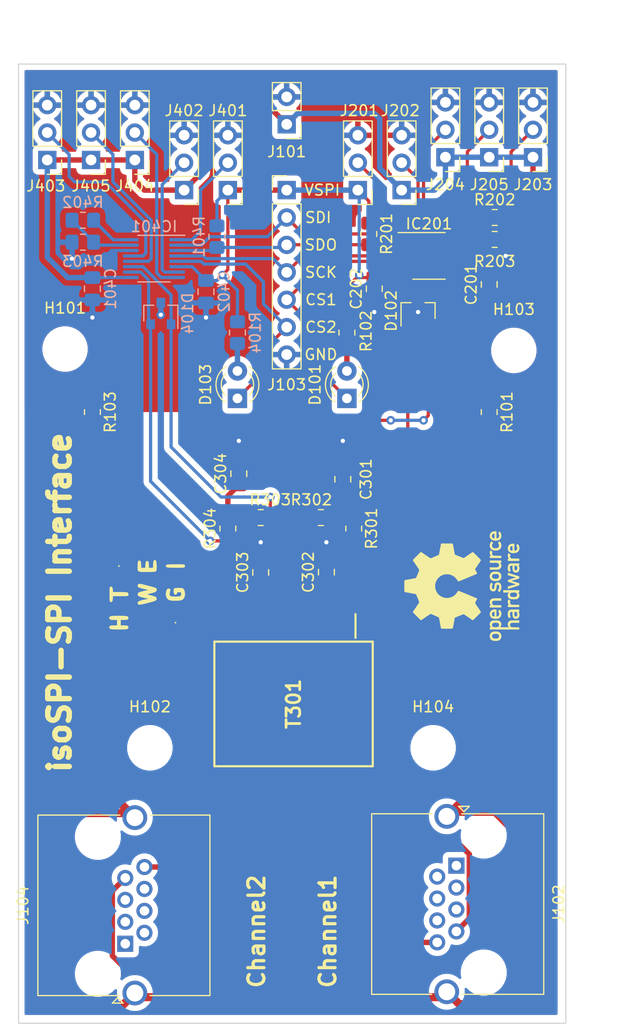
<source format=kicad_pcb>
(kicad_pcb (version 20171130) (host pcbnew 5.1.7-a382d34a8~87~ubuntu20.04.1)
  (layers (0 F.Cu signal) (31 B.Cu signal) (34 B.Paste user) (35 F.Paste user) (36 B.SilkS user) (37 F.SilkS user) (38 B.Mask user) (39 F.Mask user) (44 Edge.Cuts user))
  (net 0 "")
  (net 1 +5V)
  (net 2 GND)
  (net 3 V_SPI)
  (net 4 "Net-(C301-Pad1)")
  (net 5 "Net-(C302-Pad1)")
  (net 6 "Net-(C303-Pad1)")
  (net 7 "Net-(C304-Pad1)")
  (net 8 "Net-(D101-Pad2)")
  (net 9 ~CS_1)
  (net 10 /SPI_Convert_1/IM)
  (net 11 /SPI_Convert_1/IP)
  (net 12 "Net-(D103-Pad2)")
  (net 13 ~CS_2)
  (net 14 /SPI_Convert_2/IM)
  (net 15 /SPI_Convert_2/IP)
  (net 16 /SPI_Convert_1/IBIAS)
  (net 17 /SPI_Convert_1/ICMP)
  (net 18 /SPI_Convert_1/SLOW)
  (net 19 /SPI_Convert_1/MSTR)
  (net 20 /SPI_Convert_1/PHA)
  (net 21 /SPI_Convert_1/POL)
  (net 22 SCK)
  (net 23 SDO)
  (net 24 SDI)
  (net 25 /SPI_Convert_1/EN)
  (net 26 /SPI_Convert_2/IBIAS)
  (net 27 /SPI_Convert_2/ICMP)
  (net 28 /SPI_Convert_2/SLOW)
  (net 29 /SPI_Convert_2/MSTR)
  (net 30 /SPI_Convert_2/PHA)
  (net 31 /SPI_Convert_2/POL)
  (net 32 /SPI_Convert_2/EN)
  (net 33 "Net-(J102-Pad6)")
  (net 34 /Transformer/isoSPI_OUT-_Header)
  (net 35 "Net-(J102-PadSH)")
  (net 36 "Net-(J102-Pad2)")
  (net 37 "Net-(J102-Pad1)")
  (net 38 /Transformer/isoSPI_OUT+_Header)
  (net 39 "Net-(J102-Pad4)")
  (net 40 "Net-(J102-Pad5)")
  (net 41 "Net-(J102-Pad3)")
  (net 42 "Net-(J104-Pad6)")
  (net 43 /Transformer/isoSPI_IN-_Header)
  (net 44 "Net-(J104-Pad2)")
  (net 45 "Net-(J104-Pad1)")
  (net 46 /Transformer/isoSPI_IN+_Header)
  (net 47 "Net-(J104-Pad4)")
  (net 48 "Net-(J104-Pad5)")
  (net 49 "Net-(J104-Pad3)")
  (net 50 "Net-(T301-Pad11)")
  (net 51 "Net-(T301-Pad8)")
  (module myLogo:OpenSouceHardwareLOGO (layer F.Cu) (at 133.35 131.064 90)
    (fp_text reference L102 hide)
    (fp_text value LogoOSH hide)
  )
  (module myLogo:HTWG_LOGO (layer F.Cu) (at 104.14 131.826 90)
    (fp_text reference L101 hide)
    (fp_text value LogoHTWG hide)
  )
  (module Connector_RJ:RJ45_Amphenol_RJHSE5380 (layer F.Cu) (at 132.842 156.972 270)
    (fp_text reference J102 (at 3.56 -9.5 90) (layer F.SilkS))
    (fp_text value RJ45_Shielded_1)
    (pad SH thru_hole circle (at -4.57 0.89 270) (size 2.3 2.3) (drill 1.57) (layers *.Cu *.Mask) (net 35 "Net-(J102-PadSH)"))
    (pad SH thru_hole circle (at 11.69 0.89 270) (size 2.3 2.3) (drill 1.57) (layers *.Cu *.Mask) (net 35 "Net-(J102-PadSH)"))
    (pad "" np_thru_hole circle (at 9.91 -2.54 270) (size 3.25 3.25) (drill 3.25) (layers *.Cu *.Mask))
    (pad "" np_thru_hole circle (at -2.79 -2.54 270) (size 3.25 3.25) (drill 3.25) (layers *.Cu *.Mask))
    (pad 8 thru_hole circle (at 7.112 1.78 270) (size 1.5 1.5) (drill 0.89) (layers *.Cu *.Mask) (net 34 /Transformer/isoSPI_OUT-_Header))
    (pad 6 thru_hole circle (at 5.08 1.78 270) (size 1.5 1.5) (drill 0.89) (layers *.Cu *.Mask) (net 33 "Net-(J102-Pad6)"))
    (pad 4 thru_hole circle (at 3.048 1.78 270) (size 1.5 1.5) (drill 0.89) (layers *.Cu *.Mask) (net 39 "Net-(J102-Pad4)"))
    (pad 2 thru_hole circle (at 1.016 1.78 270) (size 1.5 1.5) (drill 0.89) (layers *.Cu *.Mask) (net 36 "Net-(J102-Pad2)"))
    (pad 7 thru_hole circle (at 6.096 0 270) (size 1.5 1.5) (drill 0.89) (layers *.Cu *.Mask) (net 38 /Transformer/isoSPI_OUT+_Header))
    (pad 5 thru_hole circle (at 4.064 0 270) (size 1.5 1.5) (drill 0.89) (layers *.Cu *.Mask) (net 40 "Net-(J102-Pad5)"))
    (pad 3 thru_hole circle (at 2.032 0 270) (size 1.5 1.5) (drill 0.89) (layers *.Cu *.Mask) (net 41 "Net-(J102-Pad3)"))
    (pad 1 thru_hole rect (at 0 0 270) (size 1.5 1.5) (drill 0.89) (layers *.Cu *.Mask) (net 37 "Net-(J102-Pad1)"))
  )
  (module Connector_RJ:RJ45_Amphenol_RJHSE5380 (layer F.Cu) (at 102.108 164.211 90)
    (fp_text reference J104 (at 3.56 -9.5 90) (layer F.SilkS))
    (fp_text value RJ45_Shielded_2)
    (pad SH thru_hole circle (at -4.57 0.89 90) (size 2.3 2.3) (drill 1.57) (layers *.Cu *.Mask) (net 35 "Net-(J102-PadSH)"))
    (pad SH thru_hole circle (at 11.69 0.89 90) (size 2.3 2.3) (drill 1.57) (layers *.Cu *.Mask) (net 35 "Net-(J102-PadSH)"))
    (pad "" np_thru_hole circle (at 9.91 -2.54 90) (size 3.25 3.25) (drill 3.25) (layers *.Cu *.Mask))
    (pad "" np_thru_hole circle (at -2.79 -2.54 90) (size 3.25 3.25) (drill 3.25) (layers *.Cu *.Mask))
    (pad 8 thru_hole circle (at 7.112 1.78 90) (size 1.5 1.5) (drill 0.89) (layers *.Cu *.Mask) (net 43 /Transformer/isoSPI_IN-_Header))
    (pad 6 thru_hole circle (at 5.08 1.78 90) (size 1.5 1.5) (drill 0.89) (layers *.Cu *.Mask) (net 42 "Net-(J104-Pad6)"))
    (pad 4 thru_hole circle (at 3.048 1.78 90) (size 1.5 1.5) (drill 0.89) (layers *.Cu *.Mask) (net 47 "Net-(J104-Pad4)"))
    (pad 2 thru_hole circle (at 1.016 1.78 90) (size 1.5 1.5) (drill 0.89) (layers *.Cu *.Mask) (net 44 "Net-(J104-Pad2)"))
    (pad 7 thru_hole circle (at 6.096 0 90) (size 1.5 1.5) (drill 0.89) (layers *.Cu *.Mask) (net 46 /Transformer/isoSPI_IN+_Header))
    (pad 5 thru_hole circle (at 4.064 0 90) (size 1.5 1.5) (drill 0.89) (layers *.Cu *.Mask) (net 48 "Net-(J104-Pad5)"))
    (pad 3 thru_hole circle (at 2.032 0 90) (size 1.5 1.5) (drill 0.89) (layers *.Cu *.Mask) (net 49 "Net-(J104-Pad3)"))
    (pad 1 thru_hole rect (at 0 0 90) (size 1.5 1.5) (drill 0.89) (layers *.Cu *.Mask) (net 45 "Net-(J104-Pad1)"))
  )
  (module MountingHole:MountingHole_3.2mm_M3_DIN965 (layer F.Cu) (at 130.683 146.05)
    (fp_text reference H104 (at 0 -3.8) (layer F.SilkS))
    (fp_text value MountingHole)
    (pad 1 np_thru_hole circle (at 0 0) (size 3.2 3.2) (drill 3.2) (layers *.Cu *.Mask))
  )
  (module MountingHole:MountingHole_3.2mm_M3_DIN965 (layer F.Cu) (at 138.176 109.22)
    (fp_text reference H103 (at 0 -3.8) (layer F.SilkS))
    (fp_text value MountingHole)
    (pad 1 np_thru_hole circle (at 0 0) (size 3.2 3.2) (drill 3.2) (layers *.Cu *.Mask))
  )
  (module MountingHole:MountingHole_3.2mm_M3_DIN965 (layer F.Cu) (at 104.394 146.05)
    (fp_text reference H102 (at 0 -3.8) (layer F.SilkS))
    (fp_text value MountingHole)
    (pad 1 np_thru_hole circle (at 0 0) (size 3.2 3.2) (drill 3.2) (layers *.Cu *.Mask))
  )
  (module MountingHole:MountingHole_3.2mm_M3_DIN965 (layer F.Cu) (at 96.52 109.093)
    (fp_text reference H101 (at 0 -3.8) (layer F.SilkS))
    (fp_text value MountingHole)
    (pad 1 np_thru_hole circle (at 0 0) (size 3.2 3.2) (drill 3.2) (layers *.Cu *.Mask))
  )
  (module mytransformer:SOP200P1543X320-12N (layer F.Cu) (at 117.729 141.986 270)
    (fp_text reference T301 (at 0 0 90) (layer F.SilkS) (effects (font (size 1.27 1.27) (thickness 0.254))))
    (fp_text value HM2112ZNL hide)
    (pad 12 smd rect (at 7.225 -5) (size 0.8 2.2) (layers F.Cu F.Paste F.Mask) (net 38 /Transformer/isoSPI_OUT+_Header))
    (pad 11 smd rect (at 7.225 -3) (size 0.8 2.2) (layers F.Cu F.Paste F.Mask) (net 50 "Net-(T301-Pad11)"))
    (pad 10 smd rect (at 7.225 -1) (size 0.8 2.2) (layers F.Cu F.Paste F.Mask) (net 34 /Transformer/isoSPI_OUT-_Header))
    (pad 9 smd rect (at 7.225 1) (size 0.8 2.2) (layers F.Cu F.Paste F.Mask) (net 46 /Transformer/isoSPI_IN+_Header))
    (pad 8 smd rect (at 7.225 3) (size 0.8 2.2) (layers F.Cu F.Paste F.Mask) (net 51 "Net-(T301-Pad8)"))
    (pad 7 smd rect (at 7.225 5) (size 0.8 2.2) (layers F.Cu F.Paste F.Mask) (net 43 /Transformer/isoSPI_IN-_Header))
    (pad 6 smd rect (at -7.225 5) (size 0.8 2.2) (layers F.Cu F.Paste F.Mask) (net 14 /SPI_Convert_2/IM))
    (pad 5 smd rect (at -7.225 3) (size 0.8 2.2) (layers F.Cu F.Paste F.Mask) (net 6 "Net-(C303-Pad1)"))
    (pad 4 smd rect (at -7.225 1) (size 0.8 2.2) (layers F.Cu F.Paste F.Mask) (net 15 /SPI_Convert_2/IP))
    (pad 3 smd rect (at -7.225 -1) (size 0.8 2.2) (layers F.Cu F.Paste F.Mask) (net 10 /SPI_Convert_1/IM))
    (pad 2 smd rect (at -7.225 -3) (size 0.8 2.2) (layers F.Cu F.Paste F.Mask) (net 5 "Net-(C302-Pad1)"))
    (pad 1 smd rect (at -7.225 -5) (size 0.8 2.2) (layers F.Cu F.Paste F.Mask) (net 11 /SPI_Convert_1/IP))
  )
  (module Resistor_SMD:R_0805_2012Metric_Pad1.20x1.40mm_HandSolder (layer B.Cu) (at 98.171 99.187 180)
    (fp_text reference R403 (at 0 -1.778) (layer B.SilkS) (effects (justify mirror)))
    (fp_text value 1k)
    (pad 2 smd roundrect (at 1 0 180) (size 1.2 1.4) (layers B.Cu B.Paste B.Mask) (roundrect_rratio 0.2083325) (net 2 GND))
    (pad 1 smd roundrect (at -1 0 180) (size 1.2 1.4) (layers B.Cu B.Paste B.Mask) (roundrect_rratio 0.2083325) (net 27 /SPI_Convert_2/ICMP))
  )
  (module Resistor_SMD:R_0805_2012Metric_Pad1.20x1.40mm_HandSolder (layer B.Cu) (at 98.171 97.155 180)
    (fp_text reference R402 (at 0 1.65) (layer B.SilkS) (effects (justify mirror)))
    (fp_text value 1k)
    (pad 2 smd roundrect (at 1 0 180) (size 1.2 1.4) (layers B.Cu B.Paste B.Mask) (roundrect_rratio 0.2083325) (net 27 /SPI_Convert_2/ICMP))
    (pad 1 smd roundrect (at -1 0 180) (size 1.2 1.4) (layers B.Cu B.Paste B.Mask) (roundrect_rratio 0.2083325) (net 26 /SPI_Convert_2/IBIAS))
  )
  (module Resistor_SMD:R_0805_2012Metric_Pad1.20x1.40mm_HandSolder (layer B.Cu) (at 110.617 98.679 270)
    (fp_text reference R401 (at 0 1.65 270) (layer B.SilkS) (effects (justify mirror)))
    (fp_text value 2k)
    (pad 2 smd roundrect (at 1 0 270) (size 1.2 1.4) (layers B.Cu B.Paste B.Mask) (roundrect_rratio 0.2083325) (net 23 SDO))
    (pad 1 smd roundrect (at -1 0 270) (size 1.2 1.4) (layers B.Cu B.Paste B.Mask) (roundrect_rratio 0.2083325) (net 3 V_SPI))
  )
  (module Resistor_SMD:R_0805_2012Metric_Pad1.20x1.40mm_HandSolder (layer F.Cu) (at 111.633 125.73 90)
    (fp_text reference R304 (at 0 -1.65 90) (layer F.SilkS))
    (fp_text value 49.9)
    (pad 2 smd roundrect (at 1 0 90) (size 1.2 1.4) (layers F.Cu F.Paste F.Mask) (roundrect_rratio 0.2083325) (net 7 "Net-(C304-Pad1)"))
    (pad 1 smd roundrect (at -1 0 90) (size 1.2 1.4) (layers F.Cu F.Paste F.Mask) (roundrect_rratio 0.2083325) (net 14 /SPI_Convert_2/IM))
  )
  (module Resistor_SMD:R_0805_2012Metric_Pad1.20x1.40mm_HandSolder (layer F.Cu) (at 114.681 124.714)
    (fp_text reference R303 (at 0.889 -1.65) (layer F.SilkS))
    (fp_text value 49.9)
    (pad 2 smd roundrect (at 1 0) (size 1.2 1.4) (layers F.Cu F.Paste F.Mask) (roundrect_rratio 0.2083325) (net 15 /SPI_Convert_2/IP))
    (pad 1 smd roundrect (at -1 0) (size 1.2 1.4) (layers F.Cu F.Paste F.Mask) (roundrect_rratio 0.2083325) (net 7 "Net-(C304-Pad1)"))
  )
  (module Resistor_SMD:R_0805_2012Metric_Pad1.20x1.40mm_HandSolder (layer F.Cu) (at 120.269 124.714)
    (fp_text reference R302 (at -0.889 -1.65) (layer F.SilkS))
    (fp_text value 49.9)
    (pad 2 smd roundrect (at 1 0) (size 1.2 1.4) (layers F.Cu F.Paste F.Mask) (roundrect_rratio 0.2083325) (net 4 "Net-(C301-Pad1)"))
    (pad 1 smd roundrect (at -1 0) (size 1.2 1.4) (layers F.Cu F.Paste F.Mask) (roundrect_rratio 0.2083325) (net 10 /SPI_Convert_1/IM))
  )
  (module Resistor_SMD:R_0805_2012Metric_Pad1.20x1.40mm_HandSolder (layer F.Cu) (at 123.317 125.73 270)
    (fp_text reference R301 (at 0 -1.65 90) (layer F.SilkS))
    (fp_text value 49.9)
    (pad 2 smd roundrect (at 1 0 270) (size 1.2 1.4) (layers F.Cu F.Paste F.Mask) (roundrect_rratio 0.2083325) (net 11 /SPI_Convert_1/IP))
    (pad 1 smd roundrect (at -1 0 270) (size 1.2 1.4) (layers F.Cu F.Paste F.Mask) (roundrect_rratio 0.2083325) (net 4 "Net-(C301-Pad1)"))
  )
  (module Resistor_SMD:R_0805_2012Metric_Pad1.20x1.40mm_HandSolder (layer F.Cu) (at 136.398 98.933)
    (fp_text reference R203 (at 0 2.032) (layer F.SilkS))
    (fp_text value 1k)
    (pad 2 smd roundrect (at 1 0) (size 1.2 1.4) (layers F.Cu F.Paste F.Mask) (roundrect_rratio 0.2083325) (net 2 GND))
    (pad 1 smd roundrect (at -1 0) (size 1.2 1.4) (layers F.Cu F.Paste F.Mask) (roundrect_rratio 0.2083325) (net 17 /SPI_Convert_1/ICMP))
  )
  (module Resistor_SMD:R_0805_2012Metric_Pad1.20x1.40mm_HandSolder (layer F.Cu) (at 136.398 96.901)
    (fp_text reference R202 (at 0 -1.65) (layer F.SilkS))
    (fp_text value 1k)
    (pad 2 smd roundrect (at 1 0) (size 1.2 1.4) (layers F.Cu F.Paste F.Mask) (roundrect_rratio 0.2083325) (net 17 /SPI_Convert_1/ICMP))
    (pad 1 smd roundrect (at -1 0) (size 1.2 1.4) (layers F.Cu F.Paste F.Mask) (roundrect_rratio 0.2083325) (net 16 /SPI_Convert_1/IBIAS))
  )
  (module Resistor_SMD:R_0805_2012Metric_Pad1.20x1.40mm_HandSolder (layer F.Cu) (at 124.714 98.425 270)
    (fp_text reference R201 (at 0 -1.65 90) (layer F.SilkS))
    (fp_text value 2k)
    (pad 2 smd roundrect (at 1 0 270) (size 1.2 1.4) (layers F.Cu F.Paste F.Mask) (roundrect_rratio 0.2083325) (net 23 SDO))
    (pad 1 smd roundrect (at -1 0 270) (size 1.2 1.4) (layers F.Cu F.Paste F.Mask) (roundrect_rratio 0.2083325) (net 3 V_SPI))
  )
  (module Resistor_SMD:R_0805_2012Metric_Pad1.20x1.40mm_HandSolder (layer B.Cu) (at 112.522 107.569 90)
    (fp_text reference R104 (at 0 1.65 270) (layer B.SilkS) (effects (justify mirror)))
    (fp_text value R_Small)
    (pad 2 smd roundrect (at 1 0 90) (size 1.2 1.4) (layers B.Cu B.Paste B.Mask) (roundrect_rratio 0.2083325) (net 3 V_SPI))
    (pad 1 smd roundrect (at -1 0 90) (size 1.2 1.4) (layers B.Cu B.Paste B.Mask) (roundrect_rratio 0.2083325) (net 12 "Net-(D103-Pad2)"))
  )
  (module Resistor_SMD:R_0805_2012Metric_Pad1.20x1.40mm_HandSolder (layer F.Cu) (at 99.06 114.935 270)
    (fp_text reference R103 (at 0 -1.65 90) (layer F.SilkS))
    (fp_text value 0)
    (pad 2 smd roundrect (at 1 0 270) (size 1.2 1.4) (layers F.Cu F.Paste F.Mask) (roundrect_rratio 0.2083325) (net 35 "Net-(J102-PadSH)"))
    (pad 1 smd roundrect (at -1 0 270) (size 1.2 1.4) (layers F.Cu F.Paste F.Mask) (roundrect_rratio 0.2083325) (net 2 GND))
  )
  (module Resistor_SMD:R_0805_2012Metric_Pad1.20x1.40mm_HandSolder (layer F.Cu) (at 122.682 107.569 90)
    (fp_text reference R102 (at 0.127 1.778 90) (layer F.SilkS))
    (fp_text value R_Small)
    (pad 2 smd roundrect (at 1 0 90) (size 1.2 1.4) (layers F.Cu F.Paste F.Mask) (roundrect_rratio 0.2083325) (net 3 V_SPI))
    (pad 1 smd roundrect (at -1 0 90) (size 1.2 1.4) (layers F.Cu F.Paste F.Mask) (roundrect_rratio 0.2083325) (net 8 "Net-(D101-Pad2)"))
  )
  (module Resistor_SMD:R_0805_2012Metric_Pad1.20x1.40mm_HandSolder (layer F.Cu) (at 135.89 114.935 270)
    (fp_text reference R101 (at 0 -1.65 90) (layer F.SilkS))
    (fp_text value 0)
    (pad 2 smd roundrect (at 1 0 270) (size 1.2 1.4) (layers F.Cu F.Paste F.Mask) (roundrect_rratio 0.2083325) (net 35 "Net-(J102-PadSH)"))
    (pad 1 smd roundrect (at -1 0 270) (size 1.2 1.4) (layers F.Cu F.Paste F.Mask) (roundrect_rratio 0.2083325) (net 2 GND))
  )
  (module Connector_PinHeader_2.54mm:PinHeader_1x03_P2.54mm_Vertical (layer F.Cu) (at 98.933 91.567 180)
    (fp_text reference J405 (at 0 -2.413) (layer F.SilkS))
    (fp_text value 3PinHeader)
    (pad 3 thru_hole oval (at 0 5.08 180) (size 1.7 1.7) (drill 1) (layers *.Cu *.Mask) (net 2 GND))
    (pad 2 thru_hole oval (at 0 2.54 180) (size 1.7 1.7) (drill 1) (layers *.Cu *.Mask) (net 29 /SPI_Convert_2/MSTR))
    (pad 1 thru_hole rect (at 0 0 180) (size 1.7 1.7) (drill 1) (layers *.Cu *.Mask) (net 1 +5V))
  )
  (module Connector_PinHeader_2.54mm:PinHeader_1x03_P2.54mm_Vertical (layer F.Cu) (at 102.997 91.567 180)
    (fp_text reference J404 (at 0 -2.413) (layer F.SilkS))
    (fp_text value 3PinHeader)
    (pad 3 thru_hole oval (at 0 5.08 180) (size 1.7 1.7) (drill 1) (layers *.Cu *.Mask) (net 2 GND))
    (pad 2 thru_hole oval (at 0 2.54 180) (size 1.7 1.7) (drill 1) (layers *.Cu *.Mask) (net 30 /SPI_Convert_2/PHA))
    (pad 1 thru_hole rect (at 0 0 180) (size 1.7 1.7) (drill 1) (layers *.Cu *.Mask) (net 1 +5V))
  )
  (module Connector_PinHeader_2.54mm:PinHeader_1x03_P2.54mm_Vertical (layer F.Cu) (at 94.869 91.567 180)
    (fp_text reference J403 (at 0.127 -2.413) (layer F.SilkS))
    (fp_text value 3PinHeader)
    (pad 3 thru_hole oval (at 0 5.08 180) (size 1.7 1.7) (drill 1) (layers *.Cu *.Mask) (net 2 GND))
    (pad 2 thru_hole oval (at 0 2.54 180) (size 1.7 1.7) (drill 1) (layers *.Cu *.Mask) (net 28 /SPI_Convert_2/SLOW))
    (pad 1 thru_hole rect (at 0 0 180) (size 1.7 1.7) (drill 1) (layers *.Cu *.Mask) (net 1 +5V))
  )
  (module Connector_PinHeader_2.54mm:PinHeader_1x03_P2.54mm_Vertical (layer F.Cu) (at 107.569 94.361 180)
    (fp_text reference J402 (at 0 7.366) (layer F.SilkS))
    (fp_text value 3PinHeader)
    (pad 3 thru_hole oval (at 0 5.08 180) (size 1.7 1.7) (drill 1) (layers *.Cu *.Mask) (net 2 GND))
    (pad 2 thru_hole oval (at 0 2.54 180) (size 1.7 1.7) (drill 1) (layers *.Cu *.Mask) (net 31 /SPI_Convert_2/POL))
    (pad 1 thru_hole rect (at 0 0 180) (size 1.7 1.7) (drill 1) (layers *.Cu *.Mask) (net 1 +5V))
  )
  (module Connector_PinHeader_2.54mm:PinHeader_1x03_P2.54mm_Vertical (layer F.Cu) (at 111.633 94.361 180)
    (fp_text reference J401 (at 0 7.366) (layer F.SilkS))
    (fp_text value 3PinHeader)
    (pad 3 thru_hole oval (at 0 5.08 180) (size 1.7 1.7) (drill 1) (layers *.Cu *.Mask) (net 2 GND))
    (pad 2 thru_hole oval (at 0 2.54 180) (size 1.7 1.7) (drill 1) (layers *.Cu *.Mask) (net 32 /SPI_Convert_2/EN))
    (pad 1 thru_hole rect (at 0 0 180) (size 1.7 1.7) (drill 1) (layers *.Cu *.Mask) (net 3 V_SPI))
  )
  (module Connector_PinHeader_2.54mm:PinHeader_1x03_P2.54mm_Vertical (layer F.Cu) (at 135.89 91.313 180)
    (fp_text reference J205 (at 0 -2.54) (layer F.SilkS))
    (fp_text value 3PinHeader)
    (pad 3 thru_hole oval (at 0 5.08 180) (size 1.7 1.7) (drill 1) (layers *.Cu *.Mask) (net 2 GND))
    (pad 2 thru_hole oval (at 0 2.54 180) (size 1.7 1.7) (drill 1) (layers *.Cu *.Mask) (net 19 /SPI_Convert_1/MSTR))
    (pad 1 thru_hole rect (at 0 0 180) (size 1.7 1.7) (drill 1) (layers *.Cu *.Mask) (net 1 +5V))
  )
  (module Connector_PinHeader_2.54mm:PinHeader_1x03_P2.54mm_Vertical (layer F.Cu) (at 131.826 91.313 180)
    (fp_text reference J204 (at 0 -2.54) (layer F.SilkS))
    (fp_text value 3PinHeader)
    (pad 3 thru_hole oval (at 0 5.08 180) (size 1.7 1.7) (drill 1) (layers *.Cu *.Mask) (net 2 GND))
    (pad 2 thru_hole oval (at 0 2.54 180) (size 1.7 1.7) (drill 1) (layers *.Cu *.Mask) (net 20 /SPI_Convert_1/PHA))
    (pad 1 thru_hole rect (at 0 0 180) (size 1.7 1.7) (drill 1) (layers *.Cu *.Mask) (net 1 +5V))
  )
  (module Connector_PinHeader_2.54mm:PinHeader_1x03_P2.54mm_Vertical (layer F.Cu) (at 139.954 91.313 180)
    (fp_text reference J203 (at 0 -2.54) (layer F.SilkS))
    (fp_text value 3PinHeader)
    (pad 3 thru_hole oval (at 0 5.08 180) (size 1.7 1.7) (drill 1) (layers *.Cu *.Mask) (net 2 GND))
    (pad 2 thru_hole oval (at 0 2.54 180) (size 1.7 1.7) (drill 1) (layers *.Cu *.Mask) (net 18 /SPI_Convert_1/SLOW))
    (pad 1 thru_hole rect (at 0 0 180) (size 1.7 1.7) (drill 1) (layers *.Cu *.Mask) (net 1 +5V))
  )
  (module Connector_PinHeader_2.54mm:PinHeader_1x03_P2.54mm_Vertical (layer F.Cu) (at 127.762 94.361 180)
    (fp_text reference J202 (at 0.127 7.366) (layer F.SilkS))
    (fp_text value 3PinHeader)
    (pad 3 thru_hole oval (at 0 5.08 180) (size 1.7 1.7) (drill 1) (layers *.Cu *.Mask) (net 2 GND))
    (pad 2 thru_hole oval (at 0 2.54 180) (size 1.7 1.7) (drill 1) (layers *.Cu *.Mask) (net 21 /SPI_Convert_1/POL))
    (pad 1 thru_hole rect (at 0 0 180) (size 1.7 1.7) (drill 1) (layers *.Cu *.Mask) (net 1 +5V))
  )
  (module Connector_PinHeader_2.54mm:PinHeader_1x03_P2.54mm_Vertical (layer F.Cu) (at 123.698 94.361 180)
    (fp_text reference J201 (at -0.127 7.366) (layer F.SilkS))
    (fp_text value 3PinHeader)
    (pad 3 thru_hole oval (at 0 5.08 180) (size 1.7 1.7) (drill 1) (layers *.Cu *.Mask) (net 2 GND))
    (pad 2 thru_hole oval (at 0 2.54 180) (size 1.7 1.7) (drill 1) (layers *.Cu *.Mask) (net 25 /SPI_Convert_1/EN))
    (pad 1 thru_hole rect (at 0 0 180) (size 1.7 1.7) (drill 1) (layers *.Cu *.Mask) (net 3 V_SPI))
  )
  (module Connector_PinHeader_2.54mm:PinHeader_1x07_P2.54mm_Vertical (layer F.Cu) (at 117.094 94.361)
    (fp_text reference J103 (at 0 18.034) (layer F.SilkS))
    (fp_text value Conn_01x07_Male)
    (pad 7 thru_hole oval (at 0 15.24) (size 1.7 1.7) (drill 1) (layers *.Cu *.Mask) (net 2 GND))
    (pad 6 thru_hole oval (at 0 12.7) (size 1.7 1.7) (drill 1) (layers *.Cu *.Mask) (net 13 ~CS_2))
    (pad 5 thru_hole oval (at 0 10.16) (size 1.7 1.7) (drill 1) (layers *.Cu *.Mask) (net 9 ~CS_1))
    (pad 4 thru_hole oval (at 0 7.62) (size 1.7 1.7) (drill 1) (layers *.Cu *.Mask) (net 22 SCK))
    (pad 3 thru_hole oval (at 0 5.08) (size 1.7 1.7) (drill 1) (layers *.Cu *.Mask) (net 23 SDO))
    (pad 2 thru_hole oval (at 0 2.54) (size 1.7 1.7) (drill 1) (layers *.Cu *.Mask) (net 24 SDI))
    (pad 1 thru_hole rect (at 0 0) (size 1.7 1.7) (drill 1) (layers *.Cu *.Mask) (net 3 V_SPI))
  )
  (module Connector_PinHeader_2.54mm:PinHeader_1x02_P2.54mm_Vertical (layer F.Cu) (at 117.094 88.265 180)
    (fp_text reference J101 (at 0 -2.54) (layer F.SilkS))
    (fp_text value Conn_01x02_Male)
    (pad 2 thru_hole oval (at 0 2.54 180) (size 1.7 1.7) (drill 1) (layers *.Cu *.Mask) (net 2 GND))
    (pad 1 thru_hole rect (at 0 0 180) (size 1.7 1.7) (drill 1) (layers *.Cu *.Mask) (net 1 +5V))
  )
  (module Package_SO:MSOP-16_3x4.039mm_P0.5mm (layer B.Cu) (at 104.775 100.711 180)
    (fp_text reference IC401 (at 0 2.97) (layer B.SilkS) (effects (justify mirror)))
    (fp_text value LTC6820IMS#PBF)
    (pad 16 smd roundrect (at 2.15 1.75 180) (size 1.45 0.3) (layers B.Cu B.Paste B.Mask) (net 26 /SPI_Convert_2/IBIAS))
    (pad 15 smd roundrect (at 2.15 1.25 180) (size 1.45 0.3) (layers B.Cu B.Paste B.Mask) (net 27 /SPI_Convert_2/ICMP))
    (pad 14 smd roundrect (at 2.15 0.75 180) (size 1.45 0.3) (layers B.Cu B.Paste B.Mask) (net 2 GND))
    (pad 13 smd roundrect (at 2.15 0.25 180) (size 1.45 0.3) (layers B.Cu B.Paste B.Mask) (net 28 /SPI_Convert_2/SLOW))
    (pad 12 smd roundrect (at 2.15 -0.25 180) (size 1.45 0.3) (layers B.Cu B.Paste B.Mask) (net 29 /SPI_Convert_2/MSTR))
    (pad 11 smd roundrect (at 2.15 -0.75 180) (size 1.45 0.3) (layers B.Cu B.Paste B.Mask) (net 15 /SPI_Convert_2/IP))
    (pad 10 smd roundrect (at 2.15 -1.25 180) (size 1.45 0.3) (layers B.Cu B.Paste B.Mask) (net 14 /SPI_Convert_2/IM))
    (pad 9 smd roundrect (at 2.15 -1.75 180) (size 1.45 0.3) (layers B.Cu B.Paste B.Mask) (net 1 +5V))
    (pad 8 smd roundrect (at -2.15 -1.75 180) (size 1.45 0.3) (layers B.Cu B.Paste B.Mask) (net 30 /SPI_Convert_2/PHA))
    (pad 7 smd roundrect (at -2.15 -1.25 180) (size 1.45 0.3) (layers B.Cu B.Paste B.Mask) (net 31 /SPI_Convert_2/POL))
    (pad 6 smd roundrect (at -2.15 -0.75 180) (size 1.45 0.3) (layers B.Cu B.Paste B.Mask) (net 3 V_SPI))
    (pad 5 smd roundrect (at -2.15 -0.25 180) (size 1.45 0.3) (layers B.Cu B.Paste B.Mask) (net 13 ~CS_2))
    (pad 4 smd roundrect (at -2.15 0.25 180) (size 1.45 0.3) (layers B.Cu B.Paste B.Mask) (net 22 SCK))
    (pad 3 smd roundrect (at -2.15 0.75 180) (size 1.45 0.3) (layers B.Cu B.Paste B.Mask) (net 23 SDO))
    (pad 2 smd roundrect (at -2.15 1.25 180) (size 1.45 0.3) (layers B.Cu B.Paste B.Mask) (net 24 SDI))
    (pad 1 smd roundrect (at -2.15 1.75 180) (size 1.45 0.3) (layers B.Cu B.Paste B.Mask) (net 32 /SPI_Convert_2/EN))
  )
  (module Package_SO:MSOP-16_3x4.039mm_P0.5mm (layer F.Cu) (at 130.302 100.457)
    (fp_text reference IC201 (at 0 -2.97) (layer F.SilkS))
    (fp_text value LTC6820IMS#PBF)
    (pad 16 smd roundrect (at 2.15 -1.75) (size 1.45 0.3) (layers F.Cu F.Paste F.Mask) (net 16 /SPI_Convert_1/IBIAS))
    (pad 15 smd roundrect (at 2.15 -1.25) (size 1.45 0.3) (layers F.Cu F.Paste F.Mask) (net 17 /SPI_Convert_1/ICMP))
    (pad 14 smd roundrect (at 2.15 -0.75) (size 1.45 0.3) (layers F.Cu F.Paste F.Mask) (net 2 GND))
    (pad 13 smd roundrect (at 2.15 -0.25) (size 1.45 0.3) (layers F.Cu F.Paste F.Mask) (net 18 /SPI_Convert_1/SLOW))
    (pad 12 smd roundrect (at 2.15 0.25) (size 1.45 0.3) (layers F.Cu F.Paste F.Mask) (net 19 /SPI_Convert_1/MSTR))
    (pad 11 smd roundrect (at 2.15 0.75) (size 1.45 0.3) (layers F.Cu F.Paste F.Mask) (net 11 /SPI_Convert_1/IP))
    (pad 10 smd roundrect (at 2.15 1.25) (size 1.45 0.3) (layers F.Cu F.Paste F.Mask) (net 10 /SPI_Convert_1/IM))
    (pad 9 smd roundrect (at 2.15 1.75) (size 1.45 0.3) (layers F.Cu F.Paste F.Mask) (net 1 +5V))
    (pad 8 smd roundrect (at -2.15 1.75) (size 1.45 0.3) (layers F.Cu F.Paste F.Mask) (net 20 /SPI_Convert_1/PHA))
    (pad 7 smd roundrect (at -2.15 1.25) (size 1.45 0.3) (layers F.Cu F.Paste F.Mask) (net 21 /SPI_Convert_1/POL))
    (pad 6 smd roundrect (at -2.15 0.75) (size 1.45 0.3) (layers F.Cu F.Paste F.Mask) (net 3 V_SPI))
    (pad 5 smd roundrect (at -2.15 0.25) (size 1.45 0.3) (layers F.Cu F.Paste F.Mask) (net 9 ~CS_1))
    (pad 4 smd roundrect (at -2.15 -0.25) (size 1.45 0.3) (layers F.Cu F.Paste F.Mask) (net 22 SCK))
    (pad 3 smd roundrect (at -2.15 -0.75) (size 1.45 0.3) (layers F.Cu F.Paste F.Mask) (net 23 SDO))
    (pad 2 smd roundrect (at -2.15 -1.25) (size 1.45 0.3) (layers F.Cu F.Paste F.Mask) (net 24 SDI))
    (pad 1 smd roundrect (at -2.15 -1.75) (size 1.45 0.3) (layers F.Cu F.Paste F.Mask) (net 25 /SPI_Convert_1/EN))
  )
  (module Package_TO_SOT_SMD:SOT-23 (layer B.Cu) (at 105.41 105.791 90)
    (fp_text reference D104 (at 0 2.5 270) (layer B.SilkS) (effects (justify mirror)))
    (fp_text value MMBZxx)
    (pad 3 smd rect (at 1 0 90) (size 0.9 0.8) (layers B.Cu B.Paste B.Mask) (net 2 GND))
    (pad 2 smd rect (at -1 -0.95 90) (size 0.9 0.8) (layers B.Cu B.Paste B.Mask) (net 14 /SPI_Convert_2/IM))
    (pad 1 smd rect (at -1 0.95 90) (size 0.9 0.8) (layers B.Cu B.Paste B.Mask) (net 15 /SPI_Convert_2/IP))
  )
  (module LED_THT:LED_D3.0mm (layer F.Cu) (at 112.522 113.665 90)
    (fp_text reference D103 (at 1.27 -2.96 90) (layer F.SilkS))
    (fp_text value LED_2)
    (pad 2 thru_hole circle (at 2.54 0 90) (size 1.8 1.8) (drill 0.9) (layers *.Cu *.Mask) (net 12 "Net-(D103-Pad2)"))
    (pad 1 thru_hole rect (at 0 0 90) (size 1.8 1.8) (drill 0.9) (layers *.Cu *.Mask) (net 13 ~CS_2))
  )
  (module Package_TO_SOT_SMD:SOT-23 (layer F.Cu) (at 129.286 105.553 90)
    (fp_text reference D102 (at 0 -2.5 90) (layer F.SilkS))
    (fp_text value MMBZxx)
    (pad 3 smd rect (at 1 0 90) (size 0.9 0.8) (layers F.Cu F.Paste F.Mask) (net 2 GND))
    (pad 2 smd rect (at -1 0.95 90) (size 0.9 0.8) (layers F.Cu F.Paste F.Mask) (net 10 /SPI_Convert_1/IM))
    (pad 1 smd rect (at -1 -0.95 90) (size 0.9 0.8) (layers F.Cu F.Paste F.Mask) (net 11 /SPI_Convert_1/IP))
  )
  (module LED_THT:LED_D3.0mm (layer F.Cu) (at 122.682 113.665 90)
    (fp_text reference D101 (at 1.27 -2.96 90) (layer F.SilkS))
    (fp_text value LED_1)
    (pad 2 thru_hole circle (at 2.54 0 90) (size 1.8 1.8) (drill 0.9) (layers *.Cu *.Mask) (net 8 "Net-(D101-Pad2)"))
    (pad 1 thru_hole rect (at 0 0 90) (size 1.8 1.8) (drill 0.9) (layers *.Cu *.Mask) (net 9 ~CS_1))
  )
  (module Capacitor_SMD:C_0805_2012Metric_Pad1.18x1.45mm_HandSolder (layer B.Cu) (at 109.601 103.7805 90)
    (fp_text reference C402 (at 0 1.68 270) (layer B.SilkS) (effects (justify mirror)))
    (fp_text value 0.1uF)
    (pad 2 smd roundrect (at 1.0375 0 90) (size 1.175 1.45) (layers B.Cu B.Paste B.Mask) (roundrect_rratio 0.2127659574468085) (net 3 V_SPI))
    (pad 1 smd roundrect (at -1.0375 0 90) (size 1.175 1.45) (layers B.Cu B.Paste B.Mask) (roundrect_rratio 0.2127659574468085) (net 2 GND))
  )
  (module Capacitor_SMD:C_0805_2012Metric_Pad1.18x1.45mm_HandSolder (layer B.Cu) (at 99.06 103.505 90)
    (fp_text reference C401 (at 0 1.68 90) (layer B.SilkS) (effects (justify mirror)))
    (fp_text value 0.1uF)
    (pad 2 smd roundrect (at 1.0375 0 90) (size 1.175 1.45) (layers B.Cu B.Paste B.Mask) (roundrect_rratio 0.2127659574468085) (net 1 +5V))
    (pad 1 smd roundrect (at -1.0375 0 90) (size 1.175 1.45) (layers B.Cu B.Paste B.Mask) (roundrect_rratio 0.2127659574468085) (net 2 GND))
  )
  (module Capacitor_SMD:C_0805_2012Metric_Pad1.18x1.45mm_HandSolder (layer F.Cu) (at 112.649 120.65 90)
    (fp_text reference C304 (at 0 -1.68 90) (layer F.SilkS))
    (fp_text value 10nF)
    (pad 2 smd roundrect (at 1.0375 0 90) (size 1.175 1.45) (layers F.Cu F.Paste F.Mask) (roundrect_rratio 0.2127659574468085) (net 2 GND))
    (pad 1 smd roundrect (at -1.0375 0 90) (size 1.175 1.45) (layers F.Cu F.Paste F.Mask) (roundrect_rratio 0.2127659574468085) (net 7 "Net-(C304-Pad1)"))
  )
  (module Capacitor_SMD:C_0805_2012Metric_Pad1.18x1.45mm_HandSolder (layer F.Cu) (at 114.681 129.794 90)
    (fp_text reference C303 (at 0 -1.68 90) (layer F.SilkS))
    (fp_text value 10nF)
    (pad 2 smd roundrect (at 1.0375 0 90) (size 1.175 1.45) (layers F.Cu F.Paste F.Mask) (roundrect_rratio 0.2127659574468085) (net 2 GND))
    (pad 1 smd roundrect (at -1.0375 0 90) (size 1.175 1.45) (layers F.Cu F.Paste F.Mask) (roundrect_rratio 0.2127659574468085) (net 6 "Net-(C303-Pad1)"))
  )
  (module Capacitor_SMD:C_0805_2012Metric_Pad1.18x1.45mm_HandSolder (layer F.Cu) (at 120.777 129.7725 90)
    (fp_text reference C302 (at 0 -1.68 90) (layer F.SilkS))
    (fp_text value 10nF)
    (pad 2 smd roundrect (at 1.0375 0 90) (size 1.175 1.45) (layers F.Cu F.Paste F.Mask) (roundrect_rratio 0.2127659574468085) (net 2 GND))
    (pad 1 smd roundrect (at -1.0375 0 90) (size 1.175 1.45) (layers F.Cu F.Paste F.Mask) (roundrect_rratio 0.2127659574468085) (net 5 "Net-(C302-Pad1)"))
  )
  (module Capacitor_SMD:C_0805_2012Metric_Pad1.18x1.45mm_HandSolder (layer F.Cu) (at 122.301 121.158 90)
    (fp_text reference C301 (at 0 2.159 90) (layer F.SilkS))
    (fp_text value 10nF)
    (pad 2 smd roundrect (at 1.0375 0 90) (size 1.175 1.45) (layers F.Cu F.Paste F.Mask) (roundrect_rratio 0.2127659574468085) (net 2 GND))
    (pad 1 smd roundrect (at -1.0375 0 90) (size 1.175 1.45) (layers F.Cu F.Paste F.Mask) (roundrect_rratio 0.2127659574468085) (net 4 "Net-(C301-Pad1)"))
  )
  (module Capacitor_SMD:C_0805_2012Metric_Pad1.18x1.45mm_HandSolder (layer F.Cu) (at 125.222 103.505 90)
    (fp_text reference C202 (at 0 -1.68 90) (layer F.SilkS))
    (fp_text value 0.1uF)
    (pad 2 smd roundrect (at 1.0375 0 90) (size 1.175 1.45) (layers F.Cu F.Paste F.Mask) (roundrect_rratio 0.2127659574468085) (net 3 V_SPI))
    (pad 1 smd roundrect (at -1.0375 0 90) (size 1.175 1.45) (layers F.Cu F.Paste F.Mask) (roundrect_rratio 0.2127659574468085) (net 2 GND))
  )
  (module Capacitor_SMD:C_0805_2012Metric_Pad1.18x1.45mm_HandSolder (layer F.Cu) (at 135.89 103.1025 90)
    (fp_text reference C201 (at 0 -1.68 90) (layer F.SilkS))
    (fp_text value 0.1uF)
    (pad 2 smd roundrect (at 1.0375 0 90) (size 1.175 1.45) (layers F.Cu F.Paste F.Mask) (roundrect_rratio 0.2127659574468085) (net 1 +5V))
    (pad 1 smd roundrect (at -1.0375 0 90) (size 1.175 1.45) (layers F.Cu F.Paste F.Mask) (roundrect_rratio 0.2127659574468085) (net 2 GND))
  )
  (gr_text Channel1 (at 120.904 163.068 90) (layer F.SilkS) (effects (font (size 1.5 1.5) (thickness 0.3))))
  (gr_text Channel2 (at 114.3 163.068 90) (layer F.SilkS) (effects (font (size 1.5 1.5) (thickness 0.3))))
  (gr_text Channel2 (at 114.3 163.068 90) (layer F.Cu) (effects (font (size 1.5 1.5) (thickness 0.3))))
  (gr_text Channel1 (at 120.904 163.068 90) (layer F.Cu) (effects (font (size 1.5 1.5) (thickness 0.3))))
  (gr_text "isoSPI-SPI Interface" (at 96.012 132.588 90) (layer F.SilkS) (effects (font (size 2 2) (thickness 0.5))))
  (gr_text GND (at 120.269 109.601) (layer F.SilkS) (effects (font (size 1 1))))
  (gr_text "CS2\n" (at 120.269 107.061) (layer F.SilkS) (effects (font (size 1 1))))
  (gr_text CS1 (at 120.269 104.521) (layer F.SilkS) (effects (font (size 1 1))))
  (gr_text SCK (at 120.269 101.981) (layer F.SilkS) (effects (font (size 1 1))))
  (gr_text "SDO\n" (at 120.269 99.441) (layer F.SilkS) (effects (font (size 1 1))))
  (gr_text "SDI\n" (at 120.015 96.901) (layer F.SilkS) (effects (font (size 1 1))))
  (gr_text "VSPI\n" (at 120.396 94.361) (layer F.SilkS) (effects (font (size 1 1))))
  (gr_line (start 143.002 82.677) (end 143.002 171.577) (layer Edge.Cuts) (width 0.1))
  (gr_line (start 92.202 82.677) (end 143.002 82.677) (layer Edge.Cuts) (width 0.1))
  (gr_line (start 92.202 171.577) (end 92.202 82.677) (layer Edge.Cuts) (width 0.1))
  (gr_line (start 143.002 171.577) (end 92.202 171.577) (layer Edge.Cuts) (width 0.1))
  (segment (start 99.4345 102.461) (end 99.2085 102.235) (width 0.3) (layer B.Cu) (net 1))
  (segment (start 102.625 102.461) (end 99.4345 102.461) (width 0.3) (layer B.Cu) (net 1))
  (segment (start 131.826 91.313) (end 135.89 91.313) (width 0.5) (layer B.Cu) (net 1))
  (segment (start 139.954 91.313) (end 135.89 91.313) (width 0.5) (layer B.Cu) (net 1))
  (segment (start 127.762 94.361) (end 130.81 94.361) (width 0.5) (layer B.Cu) (net 1))
  (segment (start 131.826 93.345) (end 131.826 91.313) (width 0.5) (layer B.Cu) (net 1))
  (segment (start 130.81 94.361) (end 131.826 93.345) (width 0.5) (layer B.Cu) (net 1))
  (segment (start 125.73 92.329) (end 127.762 94.361) (width 0.5) (layer B.Cu) (net 1))
  (segment (start 125.73 87.757) (end 125.73 92.329) (width 0.5) (layer B.Cu) (net 1))
  (segment (start 125.222 87.249) (end 125.73 87.757) (width 0.5) (layer B.Cu) (net 1))
  (segment (start 118.11 87.249) (end 125.222 87.249) (width 0.5) (layer B.Cu) (net 1))
  (segment (start 117.094 88.265) (end 118.11 87.249) (width 0.5) (layer B.Cu) (net 1))
  (segment (start 115.824 86.995) (end 117.094 88.265) (width 0.5) (layer F.Cu) (net 1))
  (segment (start 109.855 86.995) (end 115.824 86.995) (width 0.5) (layer F.Cu) (net 1))
  (segment (start 109.22 87.63) (end 109.855 86.995) (width 0.5) (layer F.Cu) (net 1))
  (segment (start 109.22 92.71) (end 109.22 87.63) (width 0.5) (layer F.Cu) (net 1))
  (segment (start 107.569 94.361) (end 109.22 92.71) (width 0.5) (layer F.Cu) (net 1))
  (segment (start 102.997 93.472) (end 102.997 91.567) (width 0.5) (layer F.Cu) (net 1))
  (segment (start 103.886 94.361) (end 102.997 93.472) (width 0.5) (layer F.Cu) (net 1))
  (segment (start 107.569 94.361) (end 103.886 94.361) (width 0.5) (layer F.Cu) (net 1))
  (segment (start 94.869 91.567) (end 102.997 91.567) (width 0.5) (layer F.Cu) (net 1))
  (segment (start 135.748 102.207) (end 135.89 102.065) (width 0.3) (layer F.Cu) (net 1))
  (segment (start 132.452 102.207) (end 135.748 102.207) (width 0.3) (layer F.Cu) (net 1))
  (segment (start 139.954 100.711) (end 139.954 91.313) (width 0.5) (layer F.Cu) (net 1))
  (segment (start 138.6 102.065) (end 139.954 100.711) (width 0.5) (layer F.Cu) (net 1))
  (segment (start 135.89 102.065) (end 138.6 102.065) (width 0.5) (layer F.Cu) (net 1))
  (segment (start 94.869 100.584) (end 94.869 91.567) (width 0.5) (layer B.Cu) (net 1))
  (segment (start 96.7525 102.4675) (end 94.869 100.584) (width 0.5) (layer B.Cu) (net 1))
  (segment (start 99.06 102.4675) (end 96.7525 102.4675) (width 0.5) (layer B.Cu) (net 1))
  (via (at 125.222 105.664) (size 0.8) (drill 0.4) (layers F.Cu B.Cu) (net 2))
  (segment (start 125.222 104.5425) (end 125.222 105.664) (width 0.5) (layer F.Cu) (net 2))
  (via (at 129.286 105.664) (size 0.8) (drill 0.4) (layers F.Cu B.Cu) (net 2))
  (segment (start 129.286 104.553) (end 129.286 105.664) (width 0.5) (layer F.Cu) (net 2))
  (via (at 105.41 105.918) (size 0.8) (drill 0.4) (layers F.Cu B.Cu) (net 2))
  (segment (start 105.41 104.791) (end 105.41 105.791) (width 0.5) (layer B.Cu) (net 2))
  (via (at 109.601 106.172) (size 0.8) (drill 0.4) (layers F.Cu B.Cu) (net 2))
  (segment (start 109.601 104.818) (end 109.601 106.172) (width 0.5) (layer B.Cu) (net 2))
  (via (at 99.06 106.172) (size 0.8) (drill 0.4) (layers F.Cu B.Cu) (net 2))
  (segment (start 99.06 104.5425) (end 99.06 106.172) (width 0.5) (layer B.Cu) (net 2))
  (via (at 97.155 100.711) (size 0.8) (drill 0.4) (layers F.Cu B.Cu) (net 2))
  (segment (start 97.171 100.695) (end 97.155 100.711) (width 0.5) (layer B.Cu) (net 2))
  (segment (start 97.171 99.187) (end 97.171 100.695) (width 0.5) (layer B.Cu) (net 2))
  (segment (start 97.171 100.711) (end 97.171 99.187) (width 0.3) (layer B.Cu) (net 2))
  (segment (start 100.076 100.711) (end 97.171 100.711) (width 0.3) (layer B.Cu) (net 2))
  (segment (start 100.826 99.961) (end 100.076 100.711) (width 0.3) (layer B.Cu) (net 2))
  (segment (start 102.625 99.961) (end 100.826 99.961) (width 0.3) (layer B.Cu) (net 2))
  (via (at 137.414 100.457) (size 0.8) (drill 0.4) (layers F.Cu B.Cu) (net 2))
  (segment (start 137.398 100.441) (end 137.414 100.457) (width 0.5) (layer F.Cu) (net 2))
  (segment (start 137.398 98.933) (end 137.398 100.441) (width 0.5) (layer F.Cu) (net 2))
  (segment (start 134.62 100.457) (end 137.414 100.457) (width 0.3) (layer F.Cu) (net 2))
  (segment (start 133.87 99.707) (end 134.62 100.457) (width 0.3) (layer F.Cu) (net 2))
  (segment (start 132.452 99.707) (end 133.87 99.707) (width 0.3) (layer F.Cu) (net 2))
  (via (at 112.649 117.602) (size 0.8) (drill 0.4) (layers F.Cu B.Cu) (net 2))
  (via (at 122.301 117.602) (size 0.8) (drill 0.4) (layers F.Cu B.Cu) (net 2))
  (via (at 114.681 127) (size 0.8) (drill 0.4) (layers F.Cu B.Cu) (net 2))
  (via (at 120.777 127) (size 0.8) (drill 0.4) (layers F.Cu B.Cu) (net 2))
  (segment (start 112.649 119.6125) (end 112.649 117.602) (width 0.5) (layer F.Cu) (net 2))
  (segment (start 122.301 120.1205) (end 122.301 117.602) (width 0.5) (layer F.Cu) (net 2))
  (segment (start 114.681 128.7565) (end 114.681 127) (width 0.5) (layer F.Cu) (net 2))
  (segment (start 120.777 128.735) (end 120.777 127) (width 0.5) (layer F.Cu) (net 2))
  (segment (start 120.777 125.095) (end 120.777 127) (width 0.5) (layer B.Cu) (net 2))
  (segment (start 120.142 124.46) (end 120.777 125.095) (width 0.5) (layer B.Cu) (net 2))
  (segment (start 114.681 124.968) (end 115.189 124.46) (width 0.5) (layer B.Cu) (net 2))
  (segment (start 114.681 127) (end 114.681 124.968) (width 0.5) (layer B.Cu) (net 2))
  (segment (start 117.475 124.46) (end 120.142 124.46) (width 0.5) (layer B.Cu) (net 2))
  (segment (start 116.967 117.602) (end 122.301 117.602) (width 0.5) (layer B.Cu) (net 2))
  (segment (start 117.094 117.475) (end 116.967 117.602) (width 0.5) (layer B.Cu) (net 2))
  (segment (start 117.094 109.601) (end 117.094 117.475) (width 0.5) (layer B.Cu) (net 2))
  (segment (start 112.649 117.602) (end 116.967 117.602) (width 0.5) (layer B.Cu) (net 2))
  (segment (start 117.094 109.601) (end 117.094 124.206) (width 0.5) (layer B.Cu) (net 2))
  (segment (start 115.189 124.46) (end 116.84 124.46) (width 0.5) (layer B.Cu) (net 2))
  (segment (start 117.221 124.206) (end 117.475 124.46) (width 0.5) (layer B.Cu) (net 2))
  (segment (start 117.094 124.206) (end 117.221 124.206) (width 0.5) (layer B.Cu) (net 2))
  (segment (start 116.84 124.46) (end 117.475 124.46) (width 0.5) (layer B.Cu) (net 2))
  (segment (start 117.094 124.206) (end 116.84 124.46) (width 0.5) (layer B.Cu) (net 2))
  (segment (start 124.714 97.425) (end 124.714 95.377) (width 0.3) (layer F.Cu) (net 3))
  (segment (start 124.714 95.377) (end 123.698 94.361) (width 0.3) (layer F.Cu) (net 3))
  (segment (start 117.094 94.361) (end 123.698 94.361) (width 0.5) (layer B.Cu) (net 3))
  (segment (start 126.4825 101.207) (end 125.222 102.4675) (width 0.3) (layer F.Cu) (net 3))
  (segment (start 128.152 101.207) (end 126.4825 101.207) (width 0.3) (layer F.Cu) (net 3))
  (segment (start 108.319 101.461) (end 109.601 102.743) (width 0.3) (layer B.Cu) (net 3))
  (segment (start 106.925 101.461) (end 108.319 101.461) (width 0.3) (layer B.Cu) (net 3))
  (segment (start 111.633 94.361) (end 117.094 94.361) (width 0.5) (layer F.Cu) (net 3))
  (segment (start 110.617 95.377) (end 111.633 94.361) (width 0.3) (layer B.Cu) (net 3))
  (segment (start 110.617 97.679) (end 110.617 95.377) (width 0.3) (layer B.Cu) (net 3))
  (via (at 111.125 102.235) (size 0.8) (drill 0.4) (layers F.Cu B.Cu) (net 3))
  (segment (start 110.617 102.743) (end 111.125 102.235) (width 0.3) (layer B.Cu) (net 3))
  (segment (start 109.601 102.743) (end 110.617 102.743) (width 0.3) (layer B.Cu) (net 3))
  (segment (start 111.633 101.727) (end 111.633 94.361) (width 0.3) (layer F.Cu) (net 3))
  (segment (start 111.125 102.235) (end 111.633 101.727) (width 0.3) (layer F.Cu) (net 3))
  (via (at 123.825 102.235) (size 0.8) (drill 0.4) (layers F.Cu B.Cu) (net 3))
  (segment (start 124.0575 102.4675) (end 123.825 102.235) (width 0.3) (layer F.Cu) (net 3))
  (segment (start 125.222 102.4675) (end 124.0575 102.4675) (width 0.3) (layer F.Cu) (net 3))
  (segment (start 123.825 94.488) (end 123.698 94.361) (width 0.3) (layer B.Cu) (net 3))
  (segment (start 123.825 102.235) (end 123.825 94.488) (width 0.3) (layer B.Cu) (net 3))
  (segment (start 112.522 103.632) (end 111.125 102.235) (width 0.3) (layer B.Cu) (net 3))
  (segment (start 112.522 106.569) (end 112.522 103.632) (width 0.3) (layer B.Cu) (net 3))
  (segment (start 122.682 103.378) (end 123.825 102.235) (width 0.3) (layer F.Cu) (net 3))
  (segment (start 122.682 106.569) (end 122.682 103.378) (width 0.3) (layer F.Cu) (net 3))
  (segment (start 123.317 123.2115) (end 122.301 122.1955) (width 0.5) (layer F.Cu) (net 4))
  (segment (start 123.317 124.73) (end 123.317 123.2115) (width 0.5) (layer F.Cu) (net 4))
  (segment (start 123.301 124.714) (end 123.317 124.73) (width 0.5) (layer F.Cu) (net 4))
  (segment (start 121.269 124.714) (end 123.301 124.714) (width 0.5) (layer F.Cu) (net 4))
  (segment (start 120.729 130.858) (end 120.777 130.81) (width 0.5) (layer F.Cu) (net 5))
  (segment (start 120.729 134.761) (end 120.729 130.858) (width 0.5) (layer F.Cu) (net 5))
  (segment (start 114.729 130.8795) (end 114.681 130.8315) (width 0.5) (layer F.Cu) (net 6))
  (segment (start 114.729 134.761) (end 114.729 130.8795) (width 0.5) (layer F.Cu) (net 6))
  (segment (start 111.633 122.7035) (end 112.649 121.6875) (width 0.5) (layer F.Cu) (net 7))
  (segment (start 111.633 124.73) (end 111.633 122.7035) (width 0.5) (layer F.Cu) (net 7))
  (segment (start 113.665 124.73) (end 113.681 124.714) (width 0.5) (layer F.Cu) (net 7))
  (segment (start 111.633 124.73) (end 113.665 124.73) (width 0.5) (layer F.Cu) (net 7))
  (segment (start 122.682 108.569) (end 122.682 111.125) (width 0.5) (layer F.Cu) (net 8))
  (segment (start 120.65 100.965) (end 117.094 104.521) (width 0.3) (layer F.Cu) (net 9))
  (segment (start 125.787666 100.707) (end 125.529666 100.965) (width 0.3) (layer F.Cu) (net 9))
  (segment (start 125.529666 100.965) (end 120.65 100.965) (width 0.3) (layer F.Cu) (net 9))
  (segment (start 128.152 100.707) (end 125.787666 100.707) (width 0.3) (layer F.Cu) (net 9))
  (segment (start 118.618 109.601) (end 122.682 113.665) (width 0.3) (layer F.Cu) (net 9))
  (segment (start 118.618 106.045) (end 118.618 109.601) (width 0.3) (layer F.Cu) (net 9))
  (segment (start 117.094 104.521) (end 118.618 106.045) (width 0.3) (layer F.Cu) (net 9))
  (segment (start 132.452 101.707) (end 131.17336 101.707) (width 0.3) (layer F.Cu) (net 10))
  (segment (start 130.236 102.64436) (end 130.236 106.553) (width 0.3) (layer F.Cu) (net 10))
  (segment (start 131.17336 101.707) (end 130.236 102.64436) (width 0.3) (layer F.Cu) (net 10))
  (via (at 129.794 115.697) (size 0.8) (drill 0.4) (layers F.Cu B.Cu) (net 10))
  (segment (start 130.236 115.255) (end 129.794 115.697) (width 0.3) (layer F.Cu) (net 10))
  (segment (start 130.236 106.553) (end 130.236 115.255) (width 0.3) (layer F.Cu) (net 10))
  (segment (start 129.794 115.697) (end 126.746 115.697) (width 0.3) (layer B.Cu) (net 10))
  (via (at 126.746 115.697) (size 0.8) (drill 0.4) (layers F.Cu B.Cu) (net 10))
  (segment (start 118.729 125.254) (end 119.269 124.714) (width 0.5) (layer F.Cu) (net 10))
  (segment (start 118.729 134.761) (end 118.729 125.254) (width 0.5) (layer F.Cu) (net 10))
  (segment (start 119.269 116.697) (end 119.269 124.714) (width 0.3) (layer F.Cu) (net 10))
  (segment (start 120.269 115.697) (end 119.269 116.697) (width 0.3) (layer F.Cu) (net 10))
  (segment (start 126.746 115.697) (end 120.269 115.697) (width 0.3) (layer F.Cu) (net 10))
  (segment (start 128.336 103.83724) (end 128.336 106.553) (width 0.3) (layer F.Cu) (net 11))
  (segment (start 130.96624 101.207) (end 128.336 103.83724) (width 0.3) (layer F.Cu) (net 11))
  (segment (start 132.452 101.207) (end 130.96624 101.207) (width 0.3) (layer F.Cu) (net 11))
  (segment (start 123.317 126.378546) (end 123.317 126.73) (width 0.3) (layer F.Cu) (net 11))
  (segment (start 128.336 121.359546) (end 123.317 126.378546) (width 0.3) (layer F.Cu) (net 11))
  (segment (start 128.336 106.553) (end 128.336 121.359546) (width 0.3) (layer F.Cu) (net 11))
  (segment (start 122.729 127.318) (end 123.317 126.73) (width 0.5) (layer F.Cu) (net 11))
  (segment (start 122.729 134.761) (end 122.729 127.318) (width 0.5) (layer F.Cu) (net 11))
  (segment (start 112.522 108.569) (end 112.522 111.125) (width 0.5) (layer B.Cu) (net 12))
  (segment (start 114.935 104.902) (end 117.094 107.061) (width 0.3) (layer B.Cu) (net 13))
  (segment (start 114.935 102.87) (end 114.935 104.902) (width 0.3) (layer B.Cu) (net 13))
  (segment (start 113.284 101.219) (end 114.935 102.87) (width 0.3) (layer B.Cu) (net 13))
  (segment (start 109.40188 101.219) (end 113.284 101.219) (width 0.3) (layer B.Cu) (net 13))
  (segment (start 109.14388 100.961) (end 109.40188 101.219) (width 0.3) (layer B.Cu) (net 13))
  (segment (start 106.925 100.961) (end 109.14388 100.961) (width 0.3) (layer B.Cu) (net 13))
  (segment (start 115.062 111.125) (end 112.522 113.665) (width 0.3) (layer F.Cu) (net 13))
  (segment (start 115.062 109.093) (end 115.062 111.125) (width 0.3) (layer F.Cu) (net 13))
  (segment (start 117.094 107.061) (end 115.062 109.093) (width 0.3) (layer F.Cu) (net 13))
  (segment (start 102.625 101.961) (end 103.53988 101.961) (width 0.3) (layer B.Cu) (net 14))
  (segment (start 103.53988 101.961) (end 104.278999 102.700119) (width 0.3) (layer B.Cu) (net 14))
  (segment (start 104.278999 106.609999) (end 104.46 106.791) (width 0.3) (layer B.Cu) (net 14))
  (segment (start 104.278999 102.700119) (end 104.278999 106.609999) (width 0.3) (layer B.Cu) (net 14))
  (via (at 109.982 126.873) (size 0.8) (drill 0.4) (layers F.Cu B.Cu) (net 14))
  (segment (start 104.46 121.351) (end 109.982 126.873) (width 0.3) (layer B.Cu) (net 14))
  (segment (start 104.46 106.791) (end 104.46 121.351) (width 0.3) (layer B.Cu) (net 14))
  (segment (start 111.49 126.873) (end 111.633 126.73) (width 0.3) (layer F.Cu) (net 14))
  (segment (start 109.982 126.873) (end 111.49 126.873) (width 0.3) (layer F.Cu) (net 14))
  (segment (start 112.729 127.826) (end 111.633 126.73) (width 0.5) (layer F.Cu) (net 14))
  (segment (start 112.729 134.761) (end 112.729 127.826) (width 0.5) (layer F.Cu) (net 14))
  (segment (start 106.36 104.074) (end 106.36 106.791) (width 0.3) (layer B.Cu) (net 15))
  (segment (start 103.747 101.461) (end 106.36 104.074) (width 0.3) (layer B.Cu) (net 15))
  (segment (start 102.625 101.461) (end 103.747 101.461) (width 0.3) (layer B.Cu) (net 15))
  (segment (start 106.36 106.791) (end 106.36 118.171) (width 0.3) (layer B.Cu) (net 15))
  (segment (start 110.998 122.809) (end 115.57 122.809) (width 0.3) (layer B.Cu) (net 15))
  (via (at 115.57 122.809) (size 0.8) (drill 0.4) (layers F.Cu B.Cu) (net 15))
  (segment (start 106.36 118.171) (end 110.998 122.809) (width 0.3) (layer B.Cu) (net 15))
  (segment (start 115.57 124.603) (end 115.681 124.714) (width 0.3) (layer F.Cu) (net 15))
  (segment (start 115.57 122.809) (end 115.57 124.603) (width 0.3) (layer F.Cu) (net 15))
  (segment (start 116.729 125.762) (end 115.681 124.714) (width 0.5) (layer F.Cu) (net 15))
  (segment (start 116.729 134.761) (end 116.729 125.762) (width 0.5) (layer F.Cu) (net 15))
  (segment (start 133.592 98.707) (end 135.398 96.901) (width 0.3) (layer F.Cu) (net 16))
  (segment (start 132.452 98.707) (end 133.592 98.707) (width 0.3) (layer F.Cu) (net 16))
  (segment (start 135.124 99.207) (end 135.398 98.933) (width 0.3) (layer F.Cu) (net 17))
  (segment (start 132.452 99.207) (end 135.124 99.207) (width 0.3) (layer F.Cu) (net 17))
  (segment (start 137.398 96.933) (end 135.398 98.933) (width 0.3) (layer F.Cu) (net 17))
  (segment (start 137.398 96.901) (end 137.398 96.933) (width 0.3) (layer F.Cu) (net 17))
  (segment (start 137.922 90.805) (end 139.954 88.773) (width 0.3) (layer F.Cu) (net 18))
  (segment (start 137.922 92.837) (end 137.922 90.805) (width 0.3) (layer F.Cu) (net 18))
  (segment (start 130.81 96.59212) (end 134.05712 93.345) (width 0.3) (layer F.Cu) (net 18))
  (segment (start 130.81 99.949) (end 130.81 96.59212) (width 0.3) (layer F.Cu) (net 18))
  (segment (start 134.05712 93.345) (end 137.414 93.345) (width 0.3) (layer F.Cu) (net 18))
  (segment (start 131.068 100.207) (end 130.81 99.949) (width 0.3) (layer F.Cu) (net 18))
  (segment (start 137.414 93.345) (end 137.922 92.837) (width 0.3) (layer F.Cu) (net 18))
  (segment (start 132.452 100.207) (end 131.068 100.207) (width 0.3) (layer F.Cu) (net 18))
  (segment (start 130.552 100.707) (end 132.452 100.707) (width 0.3) (layer F.Cu) (net 19))
  (segment (start 130.302 100.457) (end 130.552 100.707) (width 0.3) (layer F.Cu) (net 19))
  (segment (start 130.302 96.393) (end 130.302 100.457) (width 0.3) (layer F.Cu) (net 19))
  (segment (start 133.858 92.837) (end 130.302 96.393) (width 0.3) (layer F.Cu) (net 19))
  (segment (start 133.858 90.805) (end 133.858 92.837) (width 0.3) (layer F.Cu) (net 19))
  (segment (start 135.89 88.773) (end 133.858 90.805) (width 0.3) (layer F.Cu) (net 19))
  (segment (start 129.794 90.805) (end 131.826 88.773) (width 0.3) (layer F.Cu) (net 20))
  (segment (start 129.794 101.67212) (end 129.794 90.805) (width 0.3) (layer F.Cu) (net 20))
  (segment (start 129.25912 102.207) (end 129.794 101.67212) (width 0.3) (layer F.Cu) (net 20))
  (segment (start 128.152 102.207) (end 129.25912 102.207) (width 0.3) (layer F.Cu) (net 20))
  (segment (start 128.152 101.707) (end 129.052 101.707) (width 0.3) (layer F.Cu) (net 21))
  (segment (start 129.052 101.707) (end 129.286 101.473) (width 0.3) (layer F.Cu) (net 21))
  (segment (start 129.286 101.473) (end 129.286 93.345) (width 0.3) (layer F.Cu) (net 21))
  (segment (start 129.286 93.345) (end 127.762 91.821) (width 0.3) (layer F.Cu) (net 21))
  (segment (start 115.824 100.711) (end 117.094 101.981) (width 0.3) (layer B.Cu) (net 22))
  (segment (start 109.601 100.711) (end 115.824 100.711) (width 0.3) (layer B.Cu) (net 22))
  (segment (start 109.351 100.461) (end 109.601 100.711) (width 0.3) (layer B.Cu) (net 22))
  (segment (start 106.925 100.461) (end 109.351 100.461) (width 0.3) (layer B.Cu) (net 22))
  (segment (start 118.618 100.457) (end 117.094 101.981) (width 0.3) (layer F.Cu) (net 22))
  (segment (start 125.330546 100.457) (end 118.618 100.457) (width 0.3) (layer F.Cu) (net 22))
  (segment (start 125.580546 100.207) (end 125.330546 100.457) (width 0.3) (layer F.Cu) (net 22))
  (segment (start 128.152 100.207) (end 125.580546 100.207) (width 0.3) (layer F.Cu) (net 22))
  (segment (start 124.996 99.707) (end 124.714 99.425) (width 0.3) (layer F.Cu) (net 23))
  (segment (start 128.152 99.707) (end 124.996 99.707) (width 0.3) (layer F.Cu) (net 23))
  (segment (start 124.714 99.441) (end 124.44801 99.70699) (width 0.3) (layer F.Cu) (net 23))
  (segment (start 124.714 99.425) (end 124.714 99.441) (width 0.3) (layer F.Cu) (net 23))
  (segment (start 110.335 99.961) (end 110.617 99.679) (width 0.3) (layer B.Cu) (net 23))
  (segment (start 106.925 99.961) (end 110.335 99.961) (width 0.3) (layer B.Cu) (net 23))
  (segment (start 116.856 99.679) (end 117.094 99.441) (width 0.3) (layer B.Cu) (net 23))
  (segment (start 110.617 99.679) (end 116.856 99.679) (width 0.3) (layer B.Cu) (net 23))
  (segment (start 117.11 99.425) (end 117.094 99.441) (width 0.3) (layer F.Cu) (net 23))
  (segment (start 124.714 99.425) (end 117.11 99.425) (width 0.3) (layer F.Cu) (net 23))
  (segment (start 115.316 98.679) (end 117.094 96.901) (width 0.3) (layer B.Cu) (net 24))
  (segment (start 109.968454 98.679) (end 115.316 98.679) (width 0.3) (layer B.Cu) (net 24))
  (segment (start 109.186454 99.461) (end 109.968454 98.679) (width 0.3) (layer B.Cu) (net 24))
  (segment (start 106.925 99.461) (end 109.186454 99.461) (width 0.3) (layer B.Cu) (net 24))
  (segment (start 118.618 98.425) (end 117.094 96.901) (width 0.3) (layer F.Cu) (net 24))
  (segment (start 125.362546 98.425) (end 118.618 98.425) (width 0.3) (layer F.Cu) (net 24))
  (segment (start 126.144546 99.207) (end 125.362546 98.425) (width 0.3) (layer F.Cu) (net 24))
  (segment (start 128.152 99.207) (end 126.144546 99.207) (width 0.3) (layer F.Cu) (net 24))
  (segment (start 128.152 98.707) (end 126.789393 98.707) (width 0.3) (layer F.Cu) (net 25))
  (segment (start 126.789393 98.707) (end 125.76401 97.681617) (width 0.3) (layer F.Cu) (net 25))
  (segment (start 125.76401 93.88701) (end 123.698 91.821) (width 0.3) (layer F.Cu) (net 25))
  (segment (start 125.76401 97.681617) (end 125.76401 93.88701) (width 0.3) (layer F.Cu) (net 25))
  (segment (start 100.977 98.961) (end 99.171 97.155) (width 0.3) (layer B.Cu) (net 26))
  (segment (start 102.625 98.961) (end 100.977 98.961) (width 0.3) (layer B.Cu) (net 26))
  (segment (start 99.171 99.155) (end 97.171 97.155) (width 0.3) (layer B.Cu) (net 27))
  (segment (start 99.171 99.187) (end 99.171 99.155) (width 0.3) (layer B.Cu) (net 27))
  (segment (start 99.445 99.461) (end 99.171 99.187) (width 0.3) (layer B.Cu) (net 27))
  (segment (start 102.625 99.461) (end 99.445 99.461) (width 0.3) (layer B.Cu) (net 27))
  (segment (start 96.901 91.059) (end 94.869 89.027) (width 0.3) (layer B.Cu) (net 28))
  (segment (start 97.409 93.599) (end 96.901 93.091) (width 0.3) (layer B.Cu) (net 28))
  (segment (start 96.901 93.091) (end 96.901 91.059) (width 0.3) (layer B.Cu) (net 28))
  (segment (start 100.25788 93.599) (end 97.409 93.599) (width 0.3) (layer B.Cu) (net 28))
  (segment (start 104.013 97.35412) (end 100.25788 93.599) (width 0.3) (layer B.Cu) (net 28))
  (segment (start 104.013 100.203) (end 104.013 97.35412) (width 0.3) (layer B.Cu) (net 28))
  (segment (start 103.755 100.461) (end 104.013 100.203) (width 0.3) (layer B.Cu) (net 28))
  (segment (start 102.625 100.461) (end 103.755 100.461) (width 0.3) (layer B.Cu) (net 28))
  (segment (start 100.965 93.599) (end 100.965 91.059) (width 0.3) (layer B.Cu) (net 29))
  (segment (start 100.965 91.059) (end 98.933 89.027) (width 0.3) (layer B.Cu) (net 29))
  (segment (start 104.521 97.155) (end 100.965 93.599) (width 0.3) (layer B.Cu) (net 29))
  (segment (start 104.521 100.711) (end 104.521 97.155) (width 0.3) (layer B.Cu) (net 29))
  (segment (start 104.271 100.961) (end 104.521 100.711) (width 0.3) (layer B.Cu) (net 29))
  (segment (start 102.625 100.961) (end 104.271 100.961) (width 0.3) (layer B.Cu) (net 29))
  (segment (start 105.029 91.059) (end 102.997 89.027) (width 0.3) (layer B.Cu) (net 30))
  (segment (start 105.45412 102.461) (end 105.029 102.03588) (width 0.3) (layer B.Cu) (net 30))
  (segment (start 105.029 102.03588) (end 105.029 91.059) (width 0.3) (layer B.Cu) (net 30))
  (segment (start 106.925 102.461) (end 105.45412 102.461) (width 0.3) (layer B.Cu) (net 30))
  (segment (start 106.925 101.961) (end 105.771 101.961) (width 0.3) (layer B.Cu) (net 31))
  (segment (start 105.771 101.961) (end 105.537 101.727) (width 0.3) (layer B.Cu) (net 31))
  (segment (start 105.537 93.853) (end 107.569 91.821) (width 0.3) (layer B.Cu) (net 31))
  (segment (start 105.537 101.727) (end 105.537 93.853) (width 0.3) (layer B.Cu) (net 31))
  (segment (start 108.303 98.961) (end 109.093 98.171) (width 0.3) (layer B.Cu) (net 32))
  (segment (start 106.925 98.961) (end 108.303 98.961) (width 0.3) (layer B.Cu) (net 32))
  (segment (start 109.093 94.361) (end 111.633 91.821) (width 0.3) (layer B.Cu) (net 32))
  (segment (start 109.093 98.171) (end 109.093 94.361) (width 0.3) (layer B.Cu) (net 32))
  (segment (start 118.729 153.654) (end 129.159 164.084) (width 0.5) (layer F.Cu) (net 34))
  (segment (start 129.159 164.084) (end 131.062 164.084) (width 0.5) (layer F.Cu) (net 34))
  (segment (start 118.729 149.211) (end 118.729 153.654) (width 0.5) (layer F.Cu) (net 34))
  (segment (start 132.372001 151.981999) (end 131.952 152.402) (width 0.75) (layer F.Cu) (net 35))
  (segment (start 136.438001 151.981999) (end 132.372001 151.981999) (width 0.75) (layer F.Cu) (net 35))
  (segment (start 139.065 154.608998) (end 136.438001 151.981999) (width 0.75) (layer F.Cu) (net 35))
  (segment (start 139.065 168.275) (end 139.065 154.608998) (width 0.75) (layer F.Cu) (net 35))
  (segment (start 137.528001 169.811999) (end 139.065 168.275) (width 0.75) (layer F.Cu) (net 35))
  (segment (start 133.101999 169.811999) (end 137.528001 169.811999) (width 0.75) (layer F.Cu) (net 35))
  (segment (start 131.952 168.662) (end 133.101999 169.811999) (width 0.75) (layer F.Cu) (net 35))
  (segment (start 135.89 148.464) (end 135.89 115.935) (width 0.75) (layer F.Cu) (net 35))
  (segment (start 131.952 152.402) (end 135.89 148.464) (width 0.75) (layer F.Cu) (net 35))
  (segment (start 95.885 154.198999) (end 97.983 152.100999) (width 0.75) (layer F.Cu) (net 35))
  (segment (start 97.983 152.100999) (end 102.577999 152.100999) (width 0.75) (layer F.Cu) (net 35))
  (segment (start 95.885 168.275) (end 95.885 154.198999) (width 0.75) (layer F.Cu) (net 35))
  (segment (start 102.577999 152.100999) (end 102.998 152.521) (width 0.75) (layer F.Cu) (net 35))
  (segment (start 97.540999 169.930999) (end 95.885 168.275) (width 0.75) (layer F.Cu) (net 35))
  (segment (start 101.848001 169.930999) (end 97.540999 169.930999) (width 0.75) (layer F.Cu) (net 35))
  (segment (start 102.998 168.781) (end 101.848001 169.930999) (width 0.75) (layer F.Cu) (net 35))
  (segment (start 99.06 148.583) (end 99.06 115.935) (width 0.75) (layer F.Cu) (net 35))
  (segment (start 102.998 152.521) (end 99.06 148.583) (width 0.75) (layer F.Cu) (net 35))
  (segment (start 131.45 169.164) (end 131.952 168.662) (width 0.75) (layer F.Cu) (net 35))
  (segment (start 103.381 169.164) (end 131.45 169.164) (width 0.75) (layer F.Cu) (net 35))
  (segment (start 102.998 168.781) (end 103.381 169.164) (width 0.75) (layer F.Cu) (net 35))
  (segment (start 134.042001 161.867999) (end 132.842 163.068) (width 0.5) (layer F.Cu) (net 38))
  (segment (start 134.042001 155.913003) (end 134.042001 161.867999) (width 0.5) (layer F.Cu) (net 38))
  (segment (start 132.433998 154.305) (end 134.042001 155.913003) (width 0.5) (layer F.Cu) (net 38))
  (segment (start 124.46 154.305) (end 132.433998 154.305) (width 0.5) (layer F.Cu) (net 38))
  (segment (start 122.729 152.574) (end 124.46 154.305) (width 0.5) (layer F.Cu) (net 38))
  (segment (start 122.729 149.211) (end 122.729 152.574) (width 0.5) (layer F.Cu) (net 38))
  (segment (start 103.888 157.099) (end 108.966 157.099) (width 0.5) (layer F.Cu) (net 43))
  (segment (start 112.729 153.336) (end 112.729 149.211) (width 0.5) (layer F.Cu) (net 43))
  (segment (start 108.966 157.099) (end 112.729 153.336) (width 0.5) (layer F.Cu) (net 43))
  (segment (start 103.505 166.37) (end 116.729 153.146) (width 0.5) (layer F.Cu) (net 46))
  (segment (start 101.956998 166.37) (end 103.505 166.37) (width 0.5) (layer F.Cu) (net 46))
  (segment (start 100.907999 165.321001) (end 101.956998 166.37) (width 0.5) (layer F.Cu) (net 46))
  (segment (start 116.729 153.146) (end 116.729 149.211) (width 0.5) (layer F.Cu) (net 46))
  (segment (start 100.907999 159.315001) (end 100.907999 165.321001) (width 0.5) (layer F.Cu) (net 46))
  (segment (start 102.108 158.115) (end 100.907999 159.315001) (width 0.5) (layer F.Cu) (net 46))
  (zone (net 2) (net_name GND) (layer F.Cu) (connect_pads (clearance 0.508)) (min_thickness 0.254) (fill yes (arc_segments 32) (thermal_gap 0.508) (thermal_bridge_width 0.508))
    (polygon (pts (xy 142.24 170.815) (xy 92.71 170.815) (xy 92.71 83.185) (xy 142.24 83.185)))
  )
  (zone (net 2) (net_name GND) (layer B.Cu) (connect_pads (clearance 0.508)) (min_thickness 0.254) (fill yes (arc_segments 32) (thermal_gap 0.508) (thermal_bridge_width 0.508))
    (polygon (pts (xy 142.24 170.815) (xy 92.71 170.815) (xy 92.71 83.185) (xy 142.24 83.185)))
  )
  (zone (net 0) (net_name "") (layer F.Cu) (connect_pads (clearance 0.508)) (min_thickness 0.254)
    (keepout (tracks allowed) (vias allowed) (copperpour not_allowed))
    (fill (arc_segments 32) (thermal_gap 0.508) (thermal_bridge_width 0.508))
    (polygon (pts (xy 142.24 170.815) (xy 92.71 170.815) (xy 92.71 114.935) (xy 142.24 114.935)))
  )
)
</source>
